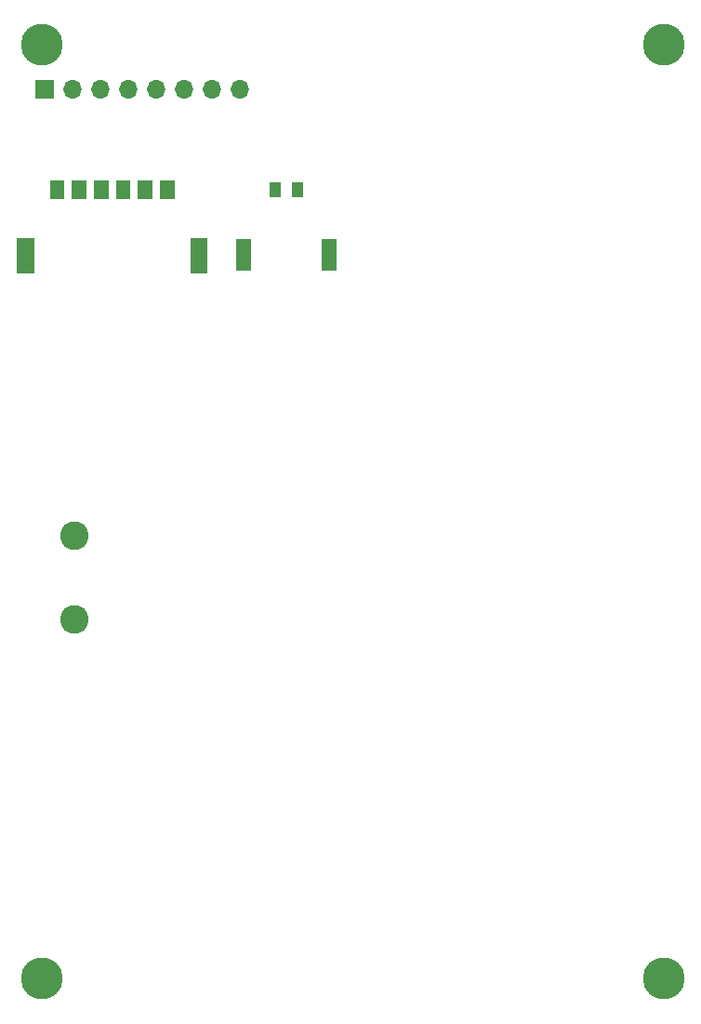
<source format=gbs>
%TF.GenerationSoftware,KiCad,Pcbnew,(6.0.5)*%
%TF.CreationDate,2023-01-23T16:42:54-08:00*%
%TF.ProjectId,Coil_Panels_Z,436f696c-5f50-4616-9e65-6c735f5a2e6b,rev?*%
%TF.SameCoordinates,Original*%
%TF.FileFunction,Soldermask,Bot*%
%TF.FilePolarity,Negative*%
%FSLAX46Y46*%
G04 Gerber Fmt 4.6, Leading zero omitted, Abs format (unit mm)*
G04 Created by KiCad (PCBNEW (6.0.5)) date 2023-01-23 16:42:54*
%MOMM*%
%LPD*%
G01*
G04 APERTURE LIST*
%ADD10C,0.010000*%
%ADD11R,1.100000X1.450000*%
%ADD12R,1.350000X2.899999*%
%ADD13R,1.700000X1.700000*%
%ADD14O,1.700000X1.700000*%
%ADD15C,2.600000*%
%ADD16C,3.800000*%
G04 APERTURE END LIST*
G36*
X112006200Y-64481200D02*
G01*
X110753800Y-64481200D01*
X110753800Y-62878800D01*
X112006200Y-62878800D01*
X112006200Y-64481200D01*
G37*
D10*
X112006200Y-64481200D02*
X110753800Y-64481200D01*
X110753800Y-62878800D01*
X112006200Y-62878800D01*
X112006200Y-64481200D01*
G36*
X110006200Y-64481200D02*
G01*
X108753800Y-64481200D01*
X108753800Y-62878800D01*
X110006200Y-62878800D01*
X110006200Y-64481200D01*
G37*
X110006200Y-64481200D02*
X108753800Y-64481200D01*
X108753800Y-62878800D01*
X110006200Y-62878800D01*
X110006200Y-64481200D01*
G36*
X121026200Y-71181200D02*
G01*
X119523800Y-71181200D01*
X119523800Y-68128800D01*
X121026200Y-68128800D01*
X121026200Y-71181200D01*
G37*
X121026200Y-71181200D02*
X119523800Y-71181200D01*
X119523800Y-68128800D01*
X121026200Y-68128800D01*
X121026200Y-71181200D01*
G36*
X114006200Y-64481200D02*
G01*
X112753800Y-64481200D01*
X112753800Y-62878800D01*
X114006200Y-62878800D01*
X114006200Y-64481200D01*
G37*
X114006200Y-64481200D02*
X112753800Y-64481200D01*
X112753800Y-62878800D01*
X114006200Y-62878800D01*
X114006200Y-64481200D01*
G36*
X116006200Y-64481200D02*
G01*
X114753800Y-64481200D01*
X114753800Y-62878800D01*
X116006200Y-62878800D01*
X116006200Y-64481200D01*
G37*
X116006200Y-64481200D02*
X114753800Y-64481200D01*
X114753800Y-62878800D01*
X116006200Y-62878800D01*
X116006200Y-64481200D01*
G36*
X108006200Y-64481200D02*
G01*
X106753800Y-64481200D01*
X106753800Y-62878800D01*
X108006200Y-62878800D01*
X108006200Y-64481200D01*
G37*
X108006200Y-64481200D02*
X106753800Y-64481200D01*
X106753800Y-62878800D01*
X108006200Y-62878800D01*
X108006200Y-64481200D01*
G36*
X105236200Y-71181200D02*
G01*
X103733800Y-71181200D01*
X103733800Y-68128800D01*
X105236200Y-68128800D01*
X105236200Y-71181200D01*
G37*
X105236200Y-71181200D02*
X103733800Y-71181200D01*
X103733800Y-68128800D01*
X105236200Y-68128800D01*
X105236200Y-71181200D01*
G36*
X118006200Y-64481200D02*
G01*
X116753800Y-64481200D01*
X116753800Y-62878800D01*
X118006200Y-62878800D01*
X118006200Y-64481200D01*
G37*
X118006200Y-64481200D02*
X116753800Y-64481200D01*
X116753800Y-62878800D01*
X118006200Y-62878800D01*
X118006200Y-64481200D01*
D11*
X129308500Y-63670001D03*
X127308499Y-63670001D03*
D12*
X132203498Y-69645000D03*
X124413503Y-69645000D03*
D13*
X106254000Y-54585600D03*
D14*
X108794000Y-54585600D03*
X111334000Y-54585600D03*
X113874000Y-54585600D03*
X116414000Y-54585600D03*
X118954000Y-54585600D03*
X121494000Y-54585600D03*
X124034000Y-54585600D03*
D15*
X108976000Y-95217600D03*
X108976000Y-102837600D03*
D16*
X105988000Y-50513200D03*
D15*
X105988000Y-50513200D03*
X105988000Y-135513200D03*
D16*
X105988000Y-135513200D03*
D15*
X162662000Y-50513200D03*
D16*
X162662000Y-50513200D03*
X162662000Y-135513200D03*
D15*
X162662000Y-135513200D03*
M02*

</source>
